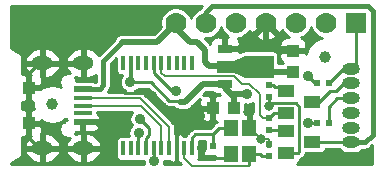
<source format=gbr>
G04 #@! TF.GenerationSoftware,KiCad,Pcbnew,5.1.5-52549c5~84~ubuntu19.10.1*
G04 #@! TF.CreationDate,2020-03-27T11:31:54+02:00*
G04 #@! TF.ProjectId,ESP-PROG_Rev.C,4553502d-5052-44f4-975f-5265762e432e,rev?*
G04 #@! TF.SameCoordinates,Original*
G04 #@! TF.FileFunction,Copper,L1,Top*
G04 #@! TF.FilePolarity,Positive*
%FSLAX46Y46*%
G04 Gerber Fmt 4.6, Leading zero omitted, Abs format (unit mm)*
G04 Created by KiCad (PCBNEW 5.1.5-52549c5~84~ubuntu19.10.1) date 2020-03-27 11:31:54*
%MOMM*%
%LPD*%
G04 APERTURE LIST*
%ADD10C,0.100000*%
%ADD11R,1.200000X1.400000*%
%ADD12R,1.300000X0.800000*%
%ADD13R,1.501900X0.900000*%
%ADD14C,1.778000*%
%ADD15R,1.778000X1.778000*%
%ADD16C,1.000000*%
%ADD17R,1.650000X0.500000*%
%ADD18R,1.650000X0.325000*%
%ADD19R,1.000000X1.100000*%
%ADD20O,1.800000X1.200000*%
%ADD21R,0.325000X1.270000*%
%ADD22R,0.500000X0.550000*%
%ADD23R,0.550000X0.500000*%
%ADD24R,1.400000X1.000000*%
%ADD25R,1.016000X1.016000*%
%ADD26O,1.500000X1.000000*%
%ADD27C,0.800000*%
%ADD28C,0.900000*%
%ADD29C,0.203200*%
%ADD30C,0.254000*%
%ADD31C,0.508000*%
%ADD32C,0.381000*%
G04 APERTURE END LIST*
D10*
G36*
X134440000Y-97590000D02*
G01*
X133440000Y-97190000D01*
X132040000Y-97190000D01*
X132040000Y-96190000D01*
X133440000Y-96190000D01*
X134440000Y-95790000D01*
X136740000Y-95790000D01*
X136740000Y-97590000D01*
X134440000Y-97590000D01*
G37*
X134440000Y-97590000D02*
X133440000Y-97190000D01*
X132040000Y-97190000D01*
X132040000Y-96190000D01*
X133440000Y-96190000D01*
X134440000Y-95790000D01*
X136740000Y-95790000D01*
X136740000Y-97590000D01*
X134440000Y-97590000D01*
D11*
X133180000Y-104100000D03*
X134780000Y-101900000D03*
X133180000Y-101900000D03*
X134780000Y-104100000D03*
D12*
X132690000Y-95190000D03*
D13*
X132790000Y-96690000D03*
D12*
X132690000Y-98190000D03*
D14*
X128550000Y-93000000D03*
X131090000Y-93000000D03*
X133630000Y-93000000D03*
D15*
X143790000Y-93000000D03*
D14*
X141250000Y-93000000D03*
X138710000Y-93000000D03*
X136170000Y-93000000D03*
D16*
X118100000Y-99900000D03*
X141200000Y-95900000D03*
D17*
X120650000Y-98612500D03*
D18*
X120650000Y-99350000D03*
X120650000Y-100000000D03*
X120650000Y-100650000D03*
D17*
X120650000Y-101387500D03*
D19*
X116100000Y-98500000D03*
X116100000Y-101500000D03*
D20*
X117250000Y-96400000D03*
X120720000Y-96400000D03*
X120720000Y-103600000D03*
X117250000Y-103600000D03*
D21*
X124075000Y-103619500D03*
X124725000Y-103619500D03*
X125375000Y-103619500D03*
X126025000Y-103619500D03*
X126675000Y-103619500D03*
X127325000Y-103619500D03*
X127975000Y-103619500D03*
X128625000Y-103619500D03*
X129275000Y-103619500D03*
X129925000Y-103619500D03*
X129925000Y-96380500D03*
X129275000Y-96380500D03*
X128625000Y-96380500D03*
X127975000Y-96380500D03*
X127325000Y-96380500D03*
X126675000Y-96380500D03*
X126025000Y-96380500D03*
X125375000Y-96380500D03*
X124725000Y-96380500D03*
X124075000Y-96380500D03*
D22*
X140492000Y-98100000D03*
X141508000Y-98100000D03*
X140492000Y-101500000D03*
X141508000Y-101500000D03*
D23*
X136400000Y-101092000D03*
X136400000Y-102108000D03*
X136400000Y-99308000D03*
X136400000Y-98292000D03*
D24*
X137892560Y-102150040D03*
X137892560Y-104052500D03*
X140102360Y-103097460D03*
X137892560Y-98750040D03*
X137892560Y-100652500D03*
X140102360Y-99697460D03*
D23*
X136400000Y-103292000D03*
X136400000Y-104308000D03*
D25*
X131661000Y-100220000D03*
X133439000Y-100220000D03*
D23*
X131700000Y-104408000D03*
X131700000Y-103392000D03*
D25*
X138460000Y-95341000D03*
X138460000Y-97119000D03*
D26*
X143400000Y-103125000D03*
X143400000Y-101875000D03*
X143400000Y-100625000D03*
X143400000Y-99375000D03*
X143400000Y-98125000D03*
X143400000Y-96875000D03*
D27*
X135750000Y-102850000D03*
D28*
X126500000Y-99200000D03*
X123300000Y-98600000D03*
X142300000Y-104000000D03*
X123300000Y-101300000D03*
X128900000Y-100800000D03*
X130580000Y-100910000D03*
D27*
X134660000Y-100580000D03*
D28*
X130750000Y-103600000D03*
D27*
X139450000Y-104700000D03*
X136450000Y-100050000D03*
D28*
X128600000Y-98800000D03*
X126700000Y-104700000D03*
X124700000Y-98000000D03*
X134600000Y-99045200D03*
X139754800Y-101500000D03*
X125400000Y-102300000D03*
X125500000Y-101100000D03*
X139700000Y-97500000D03*
D29*
X129275000Y-103619500D02*
X129275000Y-104457700D01*
X129275000Y-104457700D02*
X129896701Y-105079401D01*
X129896701Y-105079401D02*
X134723799Y-105079401D01*
D30*
X135817602Y-104308000D02*
X136400000Y-104308000D01*
X135817602Y-104283602D02*
X135634000Y-104100000D01*
X135634000Y-104100000D02*
X134780000Y-104100000D01*
X135817602Y-104308000D02*
X135817602Y-104283602D01*
X134765810Y-105068190D02*
X134723799Y-105068190D01*
X134780000Y-104100000D02*
X134780000Y-105054000D01*
X134780000Y-105054000D02*
X134765810Y-105068190D01*
D29*
X136400000Y-102934315D02*
X136400000Y-103292000D01*
X135750000Y-102850000D02*
X136315685Y-102850000D01*
X136315685Y-102850000D02*
X136400000Y-102934315D01*
X135750000Y-102850000D02*
X134800000Y-101900000D01*
X131171000Y-104408000D02*
X130921604Y-104408000D01*
X130921604Y-104408000D02*
X130750000Y-104236396D01*
X130750000Y-104236396D02*
X130750000Y-103600000D01*
X128625000Y-103619500D02*
X128625000Y-101075000D01*
X128625000Y-101075000D02*
X128900000Y-100800000D01*
D30*
X126500000Y-99200000D02*
X128100000Y-100800000D01*
X128100000Y-100800000D02*
X128900000Y-100800000D01*
X123300000Y-98600000D02*
X123936396Y-98600000D01*
X126243590Y-98943590D02*
X126500000Y-99200000D01*
X123936396Y-98600000D02*
X124279986Y-98943590D01*
X124279986Y-98943590D02*
X126243590Y-98943590D01*
X131700000Y-104408000D02*
X131171000Y-104408000D01*
X121729000Y-101387500D02*
X122200000Y-101858500D01*
X120650000Y-101387500D02*
X121729000Y-101387500D01*
X122200000Y-101858500D02*
X122200000Y-103500000D01*
X122100000Y-103600000D02*
X120720000Y-103600000D01*
X122200000Y-103500000D02*
X122100000Y-103600000D01*
X119566000Y-103600000D02*
X117250000Y-103600000D01*
X120720000Y-103600000D02*
X119566000Y-103600000D01*
X118404000Y-96400000D02*
X120720000Y-96400000D01*
X117250000Y-96400000D02*
X118404000Y-96400000D01*
X116950000Y-96400000D02*
X117250000Y-96400000D01*
X116096000Y-97254000D02*
X116950000Y-96400000D01*
X116096000Y-97546000D02*
X116096000Y-97254000D01*
X116100000Y-97550000D02*
X116096000Y-97546000D01*
X116100000Y-98500000D02*
X116100000Y-97550000D01*
X116096000Y-102746000D02*
X116950000Y-103600000D01*
X116096000Y-102454000D02*
X116096000Y-102746000D01*
X116100000Y-102450000D02*
X116096000Y-102454000D01*
X116950000Y-103600000D02*
X117250000Y-103600000D01*
X116100000Y-101500000D02*
X116100000Y-102450000D01*
X116100000Y-98500000D02*
X116100000Y-101500000D01*
D31*
X138309000Y-95190000D02*
X138460000Y-95341000D01*
X136170000Y-95110000D02*
X136230000Y-95170000D01*
X136170000Y-93000000D02*
X136170000Y-95110000D01*
X132690000Y-95190000D02*
X136230000Y-95170000D01*
X136230000Y-95170000D02*
X138309000Y-95190000D01*
D30*
X132872000Y-104408000D02*
X133180000Y-104100000D01*
X131700000Y-104408000D02*
X132872000Y-104408000D01*
X134660000Y-101780000D02*
X134780000Y-101900000D01*
X134660000Y-100580000D02*
X134660000Y-101780000D01*
X138700000Y-99800000D02*
X136700000Y-99800000D01*
X138850000Y-104050000D02*
X139000000Y-103900000D01*
X139000000Y-100100000D02*
X138700000Y-99800000D01*
X139000000Y-103900000D02*
X139000000Y-100100000D01*
X138000000Y-104050000D02*
X138850000Y-104050000D01*
X136700000Y-99800000D02*
X136450000Y-100050000D01*
X136400000Y-99308000D02*
X136400000Y-100000000D01*
X136400000Y-100000000D02*
X136450000Y-100050000D01*
D29*
X136400000Y-99308000D02*
X136507998Y-99308000D01*
D30*
X126675000Y-97269500D02*
X128205500Y-98800000D01*
X126675000Y-96380500D02*
X126675000Y-97269500D01*
X128205500Y-98800000D02*
X128600000Y-98800000D01*
X136842000Y-100650000D02*
X136400000Y-101092000D01*
X138000000Y-100650000D02*
X136842000Y-100650000D01*
D29*
X134760000Y-98180000D02*
X135630000Y-98995686D01*
X127325000Y-97218700D02*
X127616300Y-97510000D01*
X135630000Y-100800200D02*
X135921800Y-101092000D01*
X135630000Y-98995686D02*
X135630000Y-100800200D01*
X133460000Y-97510000D02*
X134130000Y-98180000D01*
X135921800Y-101092000D02*
X136400000Y-101092000D01*
X134130000Y-98180000D02*
X134760000Y-98180000D01*
X127325000Y-96380500D02*
X127325000Y-97218700D01*
X127616300Y-97510000D02*
X133460000Y-97510000D01*
X127975000Y-101849750D02*
X125475250Y-99350000D01*
X127975000Y-103619500D02*
X127975000Y-101849750D01*
X125475250Y-99350000D02*
X120650000Y-99350000D01*
X127325000Y-101738580D02*
X125586420Y-100000000D01*
X127325000Y-103619500D02*
X127325000Y-101738580D01*
X125586420Y-100000000D02*
X120650000Y-100000000D01*
D31*
X128550000Y-93450000D02*
X129750000Y-94650000D01*
X128550000Y-93000000D02*
X128550000Y-93450000D01*
X124000000Y-94600000D02*
X126950000Y-94600000D01*
X126950000Y-94600000D02*
X128550000Y-93000000D01*
D32*
X122400000Y-96200000D02*
X122400000Y-98300000D01*
X124000000Y-94600000D02*
X122400000Y-96200000D01*
X122087500Y-98612500D02*
X120650000Y-98612500D01*
X122400000Y-98300000D02*
X122087500Y-98612500D01*
D31*
X129750000Y-94650000D02*
X130340000Y-94650000D01*
X130340000Y-94650000D02*
X131000000Y-95310000D01*
X131000000Y-95310000D02*
X131000000Y-96350000D01*
X131340000Y-96690000D02*
X132790000Y-96690000D01*
X131000000Y-96350000D02*
X131340000Y-96690000D01*
X132790000Y-96690000D02*
X135000000Y-96690000D01*
X135429000Y-97119000D02*
X138460000Y-97119000D01*
X135000000Y-96690000D02*
X135429000Y-97119000D01*
D30*
X129925000Y-102725000D02*
X130200000Y-102450000D01*
X129925000Y-103619500D02*
X129925000Y-102725000D01*
X130200000Y-102450000D02*
X131700000Y-102450000D01*
X131700000Y-102450000D02*
X131700000Y-103392000D01*
X131700000Y-103392000D02*
X131700000Y-102400000D01*
X131700000Y-102400000D02*
X132200000Y-101900000D01*
X132200000Y-101900000D02*
X133180000Y-101900000D01*
X128000000Y-99600000D02*
X128917106Y-99600000D01*
X124700000Y-98000000D02*
X126400000Y-98000000D01*
X126400000Y-98000000D02*
X128000000Y-99600000D01*
D31*
X143400000Y-101875000D02*
X143525000Y-102000000D01*
D30*
X126675000Y-103619500D02*
X126675000Y-104675000D01*
X126675000Y-104675000D02*
X126700000Y-104700000D01*
X124700000Y-96405500D02*
X124725000Y-96380500D01*
X124700000Y-98000000D02*
X124700000Y-96405500D01*
X124725000Y-96380500D02*
X124725000Y-98025000D01*
D31*
X129358199Y-99681801D02*
X128917106Y-99681801D01*
X132690000Y-98190000D02*
X130850000Y-98190000D01*
X130850000Y-98190000D02*
X129358199Y-99681801D01*
X132690000Y-98190000D02*
X132690000Y-98530000D01*
X133205200Y-99045200D02*
X134600000Y-99045200D01*
X132690000Y-98530000D02*
X133205200Y-99045200D01*
X133440000Y-100219000D02*
X133439000Y-100220000D01*
X132690000Y-98530000D02*
X133440000Y-99280000D01*
X133440000Y-99280000D02*
X133440000Y-100219000D01*
D32*
X145200000Y-91969058D02*
X145200000Y-102456000D01*
X144830942Y-91600000D02*
X145200000Y-91969058D01*
X131600000Y-91600000D02*
X144830942Y-91600000D01*
X145200000Y-102456000D02*
X144531000Y-103125000D01*
X131090000Y-93000000D02*
X131090000Y-92110000D01*
X131090000Y-92110000D02*
X131600000Y-91600000D01*
X144531000Y-103125000D02*
X143400000Y-103125000D01*
D30*
X140000000Y-103100000D02*
X143375000Y-103100000D01*
X143375000Y-103100000D02*
X143400000Y-103125000D01*
X142225000Y-99375000D02*
X141508000Y-100092000D01*
X141508000Y-100092000D02*
X141508000Y-101500000D01*
X143400000Y-99375000D02*
X142225000Y-99375000D01*
X143104000Y-99375000D02*
X143396000Y-99375000D01*
X140704000Y-99700000D02*
X141604000Y-98800000D01*
X141604000Y-98800000D02*
X142087500Y-98800000D01*
X140000000Y-99700000D02*
X140704000Y-99700000D01*
X142762500Y-98125000D02*
X143400000Y-98125000D01*
X142087500Y-98800000D02*
X142762500Y-98125000D01*
X143400000Y-96875000D02*
X142733000Y-96875000D01*
X142733000Y-96875000D02*
X141508000Y-98100000D01*
X143790000Y-93000000D02*
X143790000Y-96485000D01*
X143790000Y-96485000D02*
X143400000Y-96875000D01*
X136792000Y-98292000D02*
X136950000Y-98450000D01*
X137592520Y-98450000D02*
X137892560Y-98750040D01*
X136400000Y-98292000D02*
X136792000Y-98292000D01*
X136950000Y-98450000D02*
X137592520Y-98450000D01*
X137958000Y-98792000D02*
X138000000Y-98750000D01*
X137958000Y-102108000D02*
X138000000Y-102150000D01*
X136400000Y-102108000D02*
X137958000Y-102108000D01*
X140492000Y-101500000D02*
X139754800Y-101500000D01*
X125375000Y-102325000D02*
X125400000Y-102300000D01*
X125375000Y-103619500D02*
X125375000Y-102325000D01*
X140492000Y-98100000D02*
X140300000Y-98100000D01*
X140300000Y-98100000D02*
X139700000Y-97500000D01*
X126025000Y-102730500D02*
X126300000Y-102455500D01*
X126025000Y-103619500D02*
X126025000Y-102730500D01*
X126300000Y-102455500D02*
X126300000Y-101900000D01*
X126300000Y-101900000D02*
X125500000Y-101100000D01*
G36*
X127585462Y-99975725D02*
G01*
X127602957Y-99997043D01*
X127637995Y-100025798D01*
X127688045Y-100066873D01*
X127785122Y-100118761D01*
X127890455Y-100150714D01*
X128000000Y-100161503D01*
X128027444Y-100158800D01*
X128421389Y-100158800D01*
X128429826Y-100169081D01*
X128534253Y-100254782D01*
X128653392Y-100318463D01*
X128782666Y-100357678D01*
X128883417Y-100367601D01*
X129324520Y-100367601D01*
X129358199Y-100370918D01*
X129391878Y-100367601D01*
X129391888Y-100367601D01*
X129492639Y-100357678D01*
X129621913Y-100318463D01*
X129741052Y-100254782D01*
X129845479Y-100169081D01*
X129866957Y-100142910D01*
X130588130Y-99421737D01*
X130563498Y-99467820D01*
X130527188Y-99587518D01*
X130514928Y-99712000D01*
X130518000Y-99934250D01*
X130676750Y-100093000D01*
X131534000Y-100093000D01*
X131534000Y-99235750D01*
X131375250Y-99077000D01*
X131153000Y-99073928D01*
X131028518Y-99086188D01*
X130908820Y-99122498D01*
X130862738Y-99147130D01*
X131134068Y-98875800D01*
X131715955Y-98875800D01*
X131733194Y-98896806D01*
X131798944Y-98950766D01*
X131873958Y-98990861D01*
X131955352Y-99015552D01*
X132040000Y-99023889D01*
X132210774Y-99023889D01*
X132228886Y-99038753D01*
X132274446Y-99084313D01*
X132169000Y-99073928D01*
X131946750Y-99077000D01*
X131788000Y-99235750D01*
X131788000Y-100093000D01*
X131808000Y-100093000D01*
X131808000Y-100347000D01*
X131788000Y-100347000D01*
X131788000Y-101204250D01*
X131946750Y-101363000D01*
X132040954Y-101364302D01*
X131985122Y-101381239D01*
X131888045Y-101433127D01*
X131858787Y-101457139D01*
X131802957Y-101502957D01*
X131785463Y-101524274D01*
X131418538Y-101891200D01*
X130227444Y-101891200D01*
X130200000Y-101888497D01*
X130090455Y-101899286D01*
X130029790Y-101917689D01*
X129985122Y-101931239D01*
X129888046Y-101983127D01*
X129802957Y-102052957D01*
X129785457Y-102074281D01*
X129549276Y-102310462D01*
X129527958Y-102327957D01*
X129480546Y-102385729D01*
X129458128Y-102413046D01*
X129406239Y-102510123D01*
X129393957Y-102550611D01*
X129253847Y-102550611D01*
X129246141Y-102540896D01*
X129150786Y-102459944D01*
X129041469Y-102399149D01*
X128922393Y-102360850D01*
X128819250Y-102349500D01*
X128660500Y-102508250D01*
X128660500Y-103492500D01*
X128678611Y-103492500D01*
X128678611Y-103746500D01*
X128660500Y-103746500D01*
X128660500Y-104730750D01*
X128819250Y-104889500D01*
X128922393Y-104878150D01*
X128936554Y-104873595D01*
X129004159Y-104941200D01*
X127551098Y-104941200D01*
X127581800Y-104786850D01*
X127581800Y-104677124D01*
X127650000Y-104656435D01*
X127727852Y-104680052D01*
X127812500Y-104688389D01*
X127996153Y-104688389D01*
X128003859Y-104698104D01*
X128099214Y-104779056D01*
X128208531Y-104839851D01*
X128327607Y-104878150D01*
X128430750Y-104889500D01*
X128589500Y-104730750D01*
X128589500Y-103746500D01*
X128571389Y-103746500D01*
X128571389Y-103492500D01*
X128589500Y-103492500D01*
X128589500Y-102508250D01*
X128508400Y-102427150D01*
X128508400Y-101875936D01*
X128510979Y-101849749D01*
X128508400Y-101823562D01*
X128508400Y-101823555D01*
X128500681Y-101745185D01*
X128470181Y-101644639D01*
X128420651Y-101551975D01*
X128353995Y-101470755D01*
X128333651Y-101454059D01*
X127607592Y-100728000D01*
X130514928Y-100728000D01*
X130527188Y-100852482D01*
X130563498Y-100972180D01*
X130622463Y-101082494D01*
X130701815Y-101179185D01*
X130798506Y-101258537D01*
X130908820Y-101317502D01*
X131028518Y-101353812D01*
X131153000Y-101366072D01*
X131375250Y-101363000D01*
X131534000Y-101204250D01*
X131534000Y-100347000D01*
X130676750Y-100347000D01*
X130518000Y-100505750D01*
X130514928Y-100728000D01*
X127607592Y-100728000D01*
X125870946Y-98991355D01*
X125854245Y-98971005D01*
X125773025Y-98904349D01*
X125680361Y-98854819D01*
X125579815Y-98824319D01*
X125501445Y-98816600D01*
X125501437Y-98816600D01*
X125475250Y-98814021D01*
X125449063Y-98816600D01*
X125032808Y-98816600D01*
X125117689Y-98781441D01*
X125262115Y-98684939D01*
X125384939Y-98562115D01*
X125387154Y-98558800D01*
X126168538Y-98558800D01*
X127585462Y-99975725D01*
G37*
X127585462Y-99975725D02*
X127602957Y-99997043D01*
X127637995Y-100025798D01*
X127688045Y-100066873D01*
X127785122Y-100118761D01*
X127890455Y-100150714D01*
X128000000Y-100161503D01*
X128027444Y-100158800D01*
X128421389Y-100158800D01*
X128429826Y-100169081D01*
X128534253Y-100254782D01*
X128653392Y-100318463D01*
X128782666Y-100357678D01*
X128883417Y-100367601D01*
X129324520Y-100367601D01*
X129358199Y-100370918D01*
X129391878Y-100367601D01*
X129391888Y-100367601D01*
X129492639Y-100357678D01*
X129621913Y-100318463D01*
X129741052Y-100254782D01*
X129845479Y-100169081D01*
X129866957Y-100142910D01*
X130588130Y-99421737D01*
X130563498Y-99467820D01*
X130527188Y-99587518D01*
X130514928Y-99712000D01*
X130518000Y-99934250D01*
X130676750Y-100093000D01*
X131534000Y-100093000D01*
X131534000Y-99235750D01*
X131375250Y-99077000D01*
X131153000Y-99073928D01*
X131028518Y-99086188D01*
X130908820Y-99122498D01*
X130862738Y-99147130D01*
X131134068Y-98875800D01*
X131715955Y-98875800D01*
X131733194Y-98896806D01*
X131798944Y-98950766D01*
X131873958Y-98990861D01*
X131955352Y-99015552D01*
X132040000Y-99023889D01*
X132210774Y-99023889D01*
X132228886Y-99038753D01*
X132274446Y-99084313D01*
X132169000Y-99073928D01*
X131946750Y-99077000D01*
X131788000Y-99235750D01*
X131788000Y-100093000D01*
X131808000Y-100093000D01*
X131808000Y-100347000D01*
X131788000Y-100347000D01*
X131788000Y-101204250D01*
X131946750Y-101363000D01*
X132040954Y-101364302D01*
X131985122Y-101381239D01*
X131888045Y-101433127D01*
X131858787Y-101457139D01*
X131802957Y-101502957D01*
X131785463Y-101524274D01*
X131418538Y-101891200D01*
X130227444Y-101891200D01*
X130200000Y-101888497D01*
X130090455Y-101899286D01*
X130029790Y-101917689D01*
X129985122Y-101931239D01*
X129888046Y-101983127D01*
X129802957Y-102052957D01*
X129785457Y-102074281D01*
X129549276Y-102310462D01*
X129527958Y-102327957D01*
X129480546Y-102385729D01*
X129458128Y-102413046D01*
X129406239Y-102510123D01*
X129393957Y-102550611D01*
X129253847Y-102550611D01*
X129246141Y-102540896D01*
X129150786Y-102459944D01*
X129041469Y-102399149D01*
X128922393Y-102360850D01*
X128819250Y-102349500D01*
X128660500Y-102508250D01*
X128660500Y-103492500D01*
X128678611Y-103492500D01*
X128678611Y-103746500D01*
X128660500Y-103746500D01*
X128660500Y-104730750D01*
X128819250Y-104889500D01*
X128922393Y-104878150D01*
X128936554Y-104873595D01*
X129004159Y-104941200D01*
X127551098Y-104941200D01*
X127581800Y-104786850D01*
X127581800Y-104677124D01*
X127650000Y-104656435D01*
X127727852Y-104680052D01*
X127812500Y-104688389D01*
X127996153Y-104688389D01*
X128003859Y-104698104D01*
X128099214Y-104779056D01*
X128208531Y-104839851D01*
X128327607Y-104878150D01*
X128430750Y-104889500D01*
X128589500Y-104730750D01*
X128589500Y-103746500D01*
X128571389Y-103746500D01*
X128571389Y-103492500D01*
X128589500Y-103492500D01*
X128589500Y-102508250D01*
X128508400Y-102427150D01*
X128508400Y-101875936D01*
X128510979Y-101849749D01*
X128508400Y-101823562D01*
X128508400Y-101823555D01*
X128500681Y-101745185D01*
X128470181Y-101644639D01*
X128420651Y-101551975D01*
X128353995Y-101470755D01*
X128333651Y-101454059D01*
X127607592Y-100728000D01*
X130514928Y-100728000D01*
X130527188Y-100852482D01*
X130563498Y-100972180D01*
X130622463Y-101082494D01*
X130701815Y-101179185D01*
X130798506Y-101258537D01*
X130908820Y-101317502D01*
X131028518Y-101353812D01*
X131153000Y-101366072D01*
X131375250Y-101363000D01*
X131534000Y-101204250D01*
X131534000Y-100347000D01*
X130676750Y-100347000D01*
X130518000Y-100505750D01*
X130514928Y-100728000D01*
X127607592Y-100728000D01*
X125870946Y-98991355D01*
X125854245Y-98971005D01*
X125773025Y-98904349D01*
X125680361Y-98854819D01*
X125579815Y-98824319D01*
X125501445Y-98816600D01*
X125501437Y-98816600D01*
X125475250Y-98814021D01*
X125449063Y-98816600D01*
X125032808Y-98816600D01*
X125117689Y-98781441D01*
X125262115Y-98684939D01*
X125384939Y-98562115D01*
X125387154Y-98558800D01*
X126168538Y-98558800D01*
X127585462Y-99975725D01*
G36*
X130671588Y-91648348D02*
G01*
X130647839Y-91667838D01*
X130628350Y-91691586D01*
X130570073Y-91762596D01*
X130554187Y-91792317D01*
X130464366Y-91829522D01*
X130248039Y-91974067D01*
X130064067Y-92158039D01*
X129919522Y-92374366D01*
X129820000Y-92614633D01*
X129720478Y-92374366D01*
X129575933Y-92158039D01*
X129391961Y-91974067D01*
X129175634Y-91829522D01*
X128935263Y-91729957D01*
X128680087Y-91679200D01*
X128419913Y-91679200D01*
X128164737Y-91729957D01*
X127924366Y-91829522D01*
X127708039Y-91974067D01*
X127524067Y-92158039D01*
X127379522Y-92374366D01*
X127279957Y-92614737D01*
X127229200Y-92869913D01*
X127229200Y-93130087D01*
X127265840Y-93314293D01*
X126665933Y-93914200D01*
X123966311Y-93914200D01*
X123865560Y-93924123D01*
X123736286Y-93963338D01*
X123617147Y-94027019D01*
X123512720Y-94112720D01*
X123427019Y-94217147D01*
X123363338Y-94336286D01*
X123354494Y-94365441D01*
X122031007Y-95688929D01*
X121983078Y-95616526D01*
X121811725Y-95443693D01*
X121609946Y-95307610D01*
X121385496Y-95213507D01*
X121147000Y-95165000D01*
X120847000Y-95165000D01*
X120847000Y-96273000D01*
X120867000Y-96273000D01*
X120867000Y-96527000D01*
X120847000Y-96527000D01*
X120847000Y-97635000D01*
X121147000Y-97635000D01*
X121385496Y-97586493D01*
X121609946Y-97492390D01*
X121777701Y-97379254D01*
X121777701Y-97990200D01*
X121694477Y-97990200D01*
X121641042Y-97961639D01*
X121559648Y-97936948D01*
X121475000Y-97928611D01*
X120131800Y-97928611D01*
X120131800Y-97927924D01*
X120103677Y-97786542D01*
X120048513Y-97653363D01*
X119984112Y-97556980D01*
X120054504Y-97586493D01*
X120293000Y-97635000D01*
X120593000Y-97635000D01*
X120593000Y-96527000D01*
X119351269Y-96527000D01*
X119226538Y-96717609D01*
X119230409Y-96755282D01*
X119322579Y-96980533D01*
X119456922Y-97183474D01*
X119557835Y-97285259D01*
X119472076Y-97268200D01*
X119327924Y-97268200D01*
X119186542Y-97296323D01*
X119053363Y-97351487D01*
X118933505Y-97431574D01*
X118831574Y-97533505D01*
X118751487Y-97653363D01*
X118696323Y-97786542D01*
X118668200Y-97927924D01*
X118668200Y-98072076D01*
X118696323Y-98213458D01*
X118751487Y-98346637D01*
X118792921Y-98408647D01*
X118579245Y-98320139D01*
X118261821Y-98257000D01*
X117938179Y-98257000D01*
X117620755Y-98320139D01*
X117321748Y-98443992D01*
X117052648Y-98623798D01*
X117049446Y-98627000D01*
X116227000Y-98627000D01*
X116227000Y-99526250D01*
X116385750Y-99685000D01*
X116467345Y-99686170D01*
X116457000Y-99738179D01*
X116457000Y-100061821D01*
X116507014Y-100313261D01*
X116385750Y-100315000D01*
X116227000Y-100473750D01*
X116227000Y-101373000D01*
X117076250Y-101373000D01*
X117184768Y-101264482D01*
X117321748Y-101356008D01*
X117620755Y-101479861D01*
X117938179Y-101543000D01*
X118261821Y-101543000D01*
X118579245Y-101479861D01*
X118878252Y-101356008D01*
X119147352Y-101176202D01*
X119203902Y-101119652D01*
X119344748Y-101260498D01*
X119190000Y-101260498D01*
X119190000Y-101295635D01*
X119186542Y-101296323D01*
X119053363Y-101351487D01*
X118933505Y-101431574D01*
X118831574Y-101533505D01*
X118751487Y-101653363D01*
X118696323Y-101786542D01*
X118668200Y-101927924D01*
X118668200Y-102072076D01*
X118696323Y-102213458D01*
X118751487Y-102346637D01*
X118831574Y-102466495D01*
X118933505Y-102568426D01*
X119053363Y-102648513D01*
X119186542Y-102703677D01*
X119327924Y-102731800D01*
X119472076Y-102731800D01*
X119557835Y-102714741D01*
X119456922Y-102816526D01*
X119322579Y-103019467D01*
X119230409Y-103244718D01*
X119226538Y-103282391D01*
X119351269Y-103473000D01*
X120593000Y-103473000D01*
X120593000Y-102365000D01*
X120847000Y-102365000D01*
X120847000Y-103473000D01*
X122088731Y-103473000D01*
X122213462Y-103282391D01*
X122209591Y-103244718D01*
X122117421Y-103019467D01*
X121983078Y-102816526D01*
X121811725Y-102643693D01*
X121609946Y-102507610D01*
X121385496Y-102413507D01*
X121147000Y-102365000D01*
X120847000Y-102365000D01*
X120593000Y-102365000D01*
X120293000Y-102365000D01*
X120054504Y-102413507D01*
X119984112Y-102443020D01*
X120048513Y-102346637D01*
X120078550Y-102274121D01*
X120364250Y-102272500D01*
X120523000Y-102113750D01*
X120523000Y-101510500D01*
X120777000Y-101510500D01*
X120777000Y-102113750D01*
X120935750Y-102272500D01*
X121466135Y-102275510D01*
X121590775Y-102264981D01*
X121710966Y-102230337D01*
X121822089Y-102172911D01*
X121919873Y-102094910D01*
X122000561Y-101999331D01*
X122061052Y-101889846D01*
X122099022Y-101770664D01*
X122110000Y-101669250D01*
X121951250Y-101510500D01*
X120777000Y-101510500D01*
X120523000Y-101510500D01*
X120503000Y-101510500D01*
X120503000Y-101264500D01*
X120523000Y-101264500D01*
X120523000Y-101246389D01*
X120777000Y-101246389D01*
X120777000Y-101264500D01*
X121951250Y-101264500D01*
X122110000Y-101105750D01*
X122099022Y-101004336D01*
X122061052Y-100885154D01*
X122000561Y-100775669D01*
X121919873Y-100680090D01*
X121908889Y-100671328D01*
X121908889Y-100533400D01*
X124819546Y-100533400D01*
X124815061Y-100537885D01*
X124718559Y-100682311D01*
X124652087Y-100842788D01*
X124618200Y-101013150D01*
X124618200Y-101186850D01*
X124652087Y-101357212D01*
X124718559Y-101517689D01*
X124805356Y-101647590D01*
X124715061Y-101737885D01*
X124618559Y-101882311D01*
X124552087Y-102042788D01*
X124518200Y-102213150D01*
X124518200Y-102386850D01*
X124550999Y-102551744D01*
X124477852Y-102558948D01*
X124400000Y-102582565D01*
X124322148Y-102558948D01*
X124237500Y-102550611D01*
X123912500Y-102550611D01*
X123827852Y-102558948D01*
X123746458Y-102583639D01*
X123671444Y-102623734D01*
X123605694Y-102677694D01*
X123551734Y-102743444D01*
X123511639Y-102818458D01*
X123486948Y-102899852D01*
X123478611Y-102984500D01*
X123478611Y-104254500D01*
X123486948Y-104339148D01*
X123511639Y-104420542D01*
X123551734Y-104495556D01*
X123605694Y-104561306D01*
X123671444Y-104615266D01*
X123746458Y-104655361D01*
X123827852Y-104680052D01*
X123912500Y-104688389D01*
X124237500Y-104688389D01*
X124322148Y-104680052D01*
X124400000Y-104656435D01*
X124477852Y-104680052D01*
X124562500Y-104688389D01*
X124887500Y-104688389D01*
X124972148Y-104680052D01*
X125050000Y-104656435D01*
X125127852Y-104680052D01*
X125212500Y-104688389D01*
X125537500Y-104688389D01*
X125622148Y-104680052D01*
X125700000Y-104656435D01*
X125777852Y-104680052D01*
X125818200Y-104684026D01*
X125818200Y-104786850D01*
X125848902Y-104941200D01*
X114558800Y-104941200D01*
X114558800Y-104845357D01*
X115207542Y-104520986D01*
X115214878Y-104518761D01*
X115256679Y-104496418D01*
X115274449Y-104487533D01*
X115280906Y-104483468D01*
X115311954Y-104466873D01*
X115327377Y-104454215D01*
X115344265Y-104443585D01*
X115369825Y-104419380D01*
X115397043Y-104397043D01*
X115409705Y-104381614D01*
X115424189Y-104367898D01*
X115444535Y-104339173D01*
X115466873Y-104311954D01*
X115476279Y-104294356D01*
X115487812Y-104278074D01*
X115502167Y-104245923D01*
X115518761Y-104214878D01*
X115524552Y-104195789D01*
X115532689Y-104177564D01*
X115540495Y-104143231D01*
X115550714Y-104109544D01*
X115552670Y-104089681D01*
X115557093Y-104070229D01*
X115558051Y-104035046D01*
X115558800Y-104027444D01*
X115558800Y-104007558D01*
X115560090Y-103960196D01*
X115558800Y-103952641D01*
X115558800Y-103917609D01*
X115756538Y-103917609D01*
X115760409Y-103955282D01*
X115852579Y-104180533D01*
X115986922Y-104383474D01*
X116158275Y-104556307D01*
X116360054Y-104692390D01*
X116584504Y-104786493D01*
X116823000Y-104835000D01*
X117123000Y-104835000D01*
X117123000Y-103727000D01*
X117377000Y-103727000D01*
X117377000Y-104835000D01*
X117677000Y-104835000D01*
X117915496Y-104786493D01*
X118139946Y-104692390D01*
X118341725Y-104556307D01*
X118513078Y-104383474D01*
X118647421Y-104180533D01*
X118739591Y-103955282D01*
X118743462Y-103917609D01*
X119226538Y-103917609D01*
X119230409Y-103955282D01*
X119322579Y-104180533D01*
X119456922Y-104383474D01*
X119628275Y-104556307D01*
X119830054Y-104692390D01*
X120054504Y-104786493D01*
X120293000Y-104835000D01*
X120593000Y-104835000D01*
X120593000Y-103727000D01*
X120847000Y-103727000D01*
X120847000Y-104835000D01*
X121147000Y-104835000D01*
X121385496Y-104786493D01*
X121609946Y-104692390D01*
X121811725Y-104556307D01*
X121983078Y-104383474D01*
X122117421Y-104180533D01*
X122209591Y-103955282D01*
X122213462Y-103917609D01*
X122088731Y-103727000D01*
X120847000Y-103727000D01*
X120593000Y-103727000D01*
X119351269Y-103727000D01*
X119226538Y-103917609D01*
X118743462Y-103917609D01*
X118618731Y-103727000D01*
X117377000Y-103727000D01*
X117123000Y-103727000D01*
X115881269Y-103727000D01*
X115756538Y-103917609D01*
X115558800Y-103917609D01*
X115558800Y-103282391D01*
X115756538Y-103282391D01*
X115881269Y-103473000D01*
X117123000Y-103473000D01*
X117123000Y-102413678D01*
X117130537Y-102404494D01*
X117151647Y-102365000D01*
X117377000Y-102365000D01*
X117377000Y-103473000D01*
X118618731Y-103473000D01*
X118743462Y-103282391D01*
X118739591Y-103244718D01*
X118647421Y-103019467D01*
X118513078Y-102816526D01*
X118341725Y-102643693D01*
X118139946Y-102507610D01*
X117915496Y-102413507D01*
X117677000Y-102365000D01*
X117377000Y-102365000D01*
X117151647Y-102365000D01*
X117189502Y-102294180D01*
X117225812Y-102174482D01*
X117238072Y-102050000D01*
X117235000Y-101785750D01*
X117076250Y-101627000D01*
X116227000Y-101627000D01*
X116227000Y-102526250D01*
X116269459Y-102568709D01*
X116158275Y-102643693D01*
X115986922Y-102816526D01*
X115852579Y-103019467D01*
X115760409Y-103244718D01*
X115756538Y-103282391D01*
X115558800Y-103282391D01*
X115558800Y-102684014D01*
X115600000Y-102688072D01*
X115814250Y-102685000D01*
X115973000Y-102526250D01*
X115973000Y-101627000D01*
X115953000Y-101627000D01*
X115953000Y-101373000D01*
X115973000Y-101373000D01*
X115973000Y-100473750D01*
X115814250Y-100315000D01*
X115600000Y-100311928D01*
X115558800Y-100315986D01*
X115558800Y-99684014D01*
X115600000Y-99688072D01*
X115814250Y-99685000D01*
X115973000Y-99526250D01*
X115973000Y-98627000D01*
X115953000Y-98627000D01*
X115953000Y-98373000D01*
X115973000Y-98373000D01*
X115973000Y-97473750D01*
X115814250Y-97315000D01*
X115600000Y-97311928D01*
X115558800Y-97315986D01*
X115558800Y-96717609D01*
X115756538Y-96717609D01*
X115760409Y-96755282D01*
X115852579Y-96980533D01*
X115986922Y-97183474D01*
X116158275Y-97356307D01*
X116269459Y-97431291D01*
X116227000Y-97473750D01*
X116227000Y-98373000D01*
X117076250Y-98373000D01*
X117235000Y-98214250D01*
X117238072Y-97950000D01*
X117225812Y-97825518D01*
X117189502Y-97705820D01*
X117130537Y-97595506D01*
X117123000Y-97586322D01*
X117123000Y-96527000D01*
X117377000Y-96527000D01*
X117377000Y-97635000D01*
X117677000Y-97635000D01*
X117915496Y-97586493D01*
X118139946Y-97492390D01*
X118341725Y-97356307D01*
X118513078Y-97183474D01*
X118647421Y-96980533D01*
X118739591Y-96755282D01*
X118743462Y-96717609D01*
X118618731Y-96527000D01*
X117377000Y-96527000D01*
X117123000Y-96527000D01*
X115881269Y-96527000D01*
X115756538Y-96717609D01*
X115558800Y-96717609D01*
X115558800Y-96082391D01*
X115756538Y-96082391D01*
X115881269Y-96273000D01*
X117123000Y-96273000D01*
X117123000Y-95165000D01*
X117377000Y-95165000D01*
X117377000Y-96273000D01*
X118618731Y-96273000D01*
X118743462Y-96082391D01*
X119226538Y-96082391D01*
X119351269Y-96273000D01*
X120593000Y-96273000D01*
X120593000Y-95165000D01*
X120293000Y-95165000D01*
X120054504Y-95213507D01*
X119830054Y-95307610D01*
X119628275Y-95443693D01*
X119456922Y-95616526D01*
X119322579Y-95819467D01*
X119230409Y-96044718D01*
X119226538Y-96082391D01*
X118743462Y-96082391D01*
X118739591Y-96044718D01*
X118647421Y-95819467D01*
X118513078Y-95616526D01*
X118341725Y-95443693D01*
X118139946Y-95307610D01*
X117915496Y-95213507D01*
X117677000Y-95165000D01*
X117377000Y-95165000D01*
X117123000Y-95165000D01*
X116823000Y-95165000D01*
X116584504Y-95213507D01*
X116360054Y-95307610D01*
X116158275Y-95443693D01*
X115986922Y-95616526D01*
X115852579Y-95819467D01*
X115760409Y-96044718D01*
X115756538Y-96082391D01*
X115558800Y-96082391D01*
X115558800Y-96047359D01*
X115560090Y-96039804D01*
X115558800Y-95992442D01*
X115558800Y-95972556D01*
X115558051Y-95964954D01*
X115557093Y-95929771D01*
X115552670Y-95910319D01*
X115550714Y-95890456D01*
X115540495Y-95856769D01*
X115532689Y-95822436D01*
X115524552Y-95804211D01*
X115518761Y-95785122D01*
X115502167Y-95754077D01*
X115487812Y-95721926D01*
X115476279Y-95705644D01*
X115466873Y-95688046D01*
X115444535Y-95660827D01*
X115424189Y-95632102D01*
X115409705Y-95618386D01*
X115397043Y-95602957D01*
X115369825Y-95580620D01*
X115344265Y-95556415D01*
X115327377Y-95545785D01*
X115311954Y-95533127D01*
X115280908Y-95516533D01*
X115274449Y-95512467D01*
X115256670Y-95503578D01*
X115214877Y-95481239D01*
X115207544Y-95479015D01*
X114558800Y-95154643D01*
X114558800Y-91558800D01*
X130761136Y-91558800D01*
X130671588Y-91648348D01*
G37*
X130671588Y-91648348D02*
X130647839Y-91667838D01*
X130628350Y-91691586D01*
X130570073Y-91762596D01*
X130554187Y-91792317D01*
X130464366Y-91829522D01*
X130248039Y-91974067D01*
X130064067Y-92158039D01*
X129919522Y-92374366D01*
X129820000Y-92614633D01*
X129720478Y-92374366D01*
X129575933Y-92158039D01*
X129391961Y-91974067D01*
X129175634Y-91829522D01*
X128935263Y-91729957D01*
X128680087Y-91679200D01*
X128419913Y-91679200D01*
X128164737Y-91729957D01*
X127924366Y-91829522D01*
X127708039Y-91974067D01*
X127524067Y-92158039D01*
X127379522Y-92374366D01*
X127279957Y-92614737D01*
X127229200Y-92869913D01*
X127229200Y-93130087D01*
X127265840Y-93314293D01*
X126665933Y-93914200D01*
X123966311Y-93914200D01*
X123865560Y-93924123D01*
X123736286Y-93963338D01*
X123617147Y-94027019D01*
X123512720Y-94112720D01*
X123427019Y-94217147D01*
X123363338Y-94336286D01*
X123354494Y-94365441D01*
X122031007Y-95688929D01*
X121983078Y-95616526D01*
X121811725Y-95443693D01*
X121609946Y-95307610D01*
X121385496Y-95213507D01*
X121147000Y-95165000D01*
X120847000Y-95165000D01*
X120847000Y-96273000D01*
X120867000Y-96273000D01*
X120867000Y-96527000D01*
X120847000Y-96527000D01*
X120847000Y-97635000D01*
X121147000Y-97635000D01*
X121385496Y-97586493D01*
X121609946Y-97492390D01*
X121777701Y-97379254D01*
X121777701Y-97990200D01*
X121694477Y-97990200D01*
X121641042Y-97961639D01*
X121559648Y-97936948D01*
X121475000Y-97928611D01*
X120131800Y-97928611D01*
X120131800Y-97927924D01*
X120103677Y-97786542D01*
X120048513Y-97653363D01*
X119984112Y-97556980D01*
X120054504Y-97586493D01*
X120293000Y-97635000D01*
X120593000Y-97635000D01*
X120593000Y-96527000D01*
X119351269Y-96527000D01*
X119226538Y-96717609D01*
X119230409Y-96755282D01*
X119322579Y-96980533D01*
X119456922Y-97183474D01*
X119557835Y-97285259D01*
X119472076Y-97268200D01*
X119327924Y-97268200D01*
X119186542Y-97296323D01*
X119053363Y-97351487D01*
X118933505Y-97431574D01*
X118831574Y-97533505D01*
X118751487Y-97653363D01*
X118696323Y-97786542D01*
X118668200Y-97927924D01*
X118668200Y-98072076D01*
X118696323Y-98213458D01*
X118751487Y-98346637D01*
X118792921Y-98408647D01*
X118579245Y-98320139D01*
X118261821Y-98257000D01*
X117938179Y-98257000D01*
X117620755Y-98320139D01*
X117321748Y-98443992D01*
X117052648Y-98623798D01*
X117049446Y-98627000D01*
X116227000Y-98627000D01*
X116227000Y-99526250D01*
X116385750Y-99685000D01*
X116467345Y-99686170D01*
X116457000Y-99738179D01*
X116457000Y-100061821D01*
X116507014Y-100313261D01*
X116385750Y-100315000D01*
X116227000Y-100473750D01*
X116227000Y-101373000D01*
X117076250Y-101373000D01*
X117184768Y-101264482D01*
X117321748Y-101356008D01*
X117620755Y-101479861D01*
X117938179Y-101543000D01*
X118261821Y-101543000D01*
X118579245Y-101479861D01*
X118878252Y-101356008D01*
X119147352Y-101176202D01*
X119203902Y-101119652D01*
X119344748Y-101260498D01*
X119190000Y-101260498D01*
X119190000Y-101295635D01*
X119186542Y-101296323D01*
X119053363Y-101351487D01*
X118933505Y-101431574D01*
X118831574Y-101533505D01*
X118751487Y-101653363D01*
X118696323Y-101786542D01*
X118668200Y-101927924D01*
X118668200Y-102072076D01*
X118696323Y-102213458D01*
X118751487Y-102346637D01*
X118831574Y-102466495D01*
X118933505Y-102568426D01*
X119053363Y-102648513D01*
X119186542Y-102703677D01*
X119327924Y-102731800D01*
X119472076Y-102731800D01*
X119557835Y-102714741D01*
X119456922Y-102816526D01*
X119322579Y-103019467D01*
X119230409Y-103244718D01*
X119226538Y-103282391D01*
X119351269Y-103473000D01*
X120593000Y-103473000D01*
X120593000Y-102365000D01*
X120847000Y-102365000D01*
X120847000Y-103473000D01*
X122088731Y-103473000D01*
X122213462Y-103282391D01*
X122209591Y-103244718D01*
X122117421Y-103019467D01*
X121983078Y-102816526D01*
X121811725Y-102643693D01*
X121609946Y-102507610D01*
X121385496Y-102413507D01*
X121147000Y-102365000D01*
X120847000Y-102365000D01*
X120593000Y-102365000D01*
X120293000Y-102365000D01*
X120054504Y-102413507D01*
X119984112Y-102443020D01*
X120048513Y-102346637D01*
X120078550Y-102274121D01*
X120364250Y-102272500D01*
X120523000Y-102113750D01*
X120523000Y-101510500D01*
X120777000Y-101510500D01*
X120777000Y-102113750D01*
X120935750Y-102272500D01*
X121466135Y-102275510D01*
X121590775Y-102264981D01*
X121710966Y-102230337D01*
X121822089Y-102172911D01*
X121919873Y-102094910D01*
X122000561Y-101999331D01*
X122061052Y-101889846D01*
X122099022Y-101770664D01*
X122110000Y-101669250D01*
X121951250Y-101510500D01*
X120777000Y-101510500D01*
X120523000Y-101510500D01*
X120503000Y-101510500D01*
X120503000Y-101264500D01*
X120523000Y-101264500D01*
X120523000Y-101246389D01*
X120777000Y-101246389D01*
X120777000Y-101264500D01*
X121951250Y-101264500D01*
X122110000Y-101105750D01*
X122099022Y-101004336D01*
X122061052Y-100885154D01*
X122000561Y-100775669D01*
X121919873Y-100680090D01*
X121908889Y-100671328D01*
X121908889Y-100533400D01*
X124819546Y-100533400D01*
X124815061Y-100537885D01*
X124718559Y-100682311D01*
X124652087Y-100842788D01*
X124618200Y-101013150D01*
X124618200Y-101186850D01*
X124652087Y-101357212D01*
X124718559Y-101517689D01*
X124805356Y-101647590D01*
X124715061Y-101737885D01*
X124618559Y-101882311D01*
X124552087Y-102042788D01*
X124518200Y-102213150D01*
X124518200Y-102386850D01*
X124550999Y-102551744D01*
X124477852Y-102558948D01*
X124400000Y-102582565D01*
X124322148Y-102558948D01*
X124237500Y-102550611D01*
X123912500Y-102550611D01*
X123827852Y-102558948D01*
X123746458Y-102583639D01*
X123671444Y-102623734D01*
X123605694Y-102677694D01*
X123551734Y-102743444D01*
X123511639Y-102818458D01*
X123486948Y-102899852D01*
X123478611Y-102984500D01*
X123478611Y-104254500D01*
X123486948Y-104339148D01*
X123511639Y-104420542D01*
X123551734Y-104495556D01*
X123605694Y-104561306D01*
X123671444Y-104615266D01*
X123746458Y-104655361D01*
X123827852Y-104680052D01*
X123912500Y-104688389D01*
X124237500Y-104688389D01*
X124322148Y-104680052D01*
X124400000Y-104656435D01*
X124477852Y-104680052D01*
X124562500Y-104688389D01*
X124887500Y-104688389D01*
X124972148Y-104680052D01*
X125050000Y-104656435D01*
X125127852Y-104680052D01*
X125212500Y-104688389D01*
X125537500Y-104688389D01*
X125622148Y-104680052D01*
X125700000Y-104656435D01*
X125777852Y-104680052D01*
X125818200Y-104684026D01*
X125818200Y-104786850D01*
X125848902Y-104941200D01*
X114558800Y-104941200D01*
X114558800Y-104845357D01*
X115207542Y-104520986D01*
X115214878Y-104518761D01*
X115256679Y-104496418D01*
X115274449Y-104487533D01*
X115280906Y-104483468D01*
X115311954Y-104466873D01*
X115327377Y-104454215D01*
X115344265Y-104443585D01*
X115369825Y-104419380D01*
X115397043Y-104397043D01*
X115409705Y-104381614D01*
X115424189Y-104367898D01*
X115444535Y-104339173D01*
X115466873Y-104311954D01*
X115476279Y-104294356D01*
X115487812Y-104278074D01*
X115502167Y-104245923D01*
X115518761Y-104214878D01*
X115524552Y-104195789D01*
X115532689Y-104177564D01*
X115540495Y-104143231D01*
X115550714Y-104109544D01*
X115552670Y-104089681D01*
X115557093Y-104070229D01*
X115558051Y-104035046D01*
X115558800Y-104027444D01*
X115558800Y-104007558D01*
X115560090Y-103960196D01*
X115558800Y-103952641D01*
X115558800Y-103917609D01*
X115756538Y-103917609D01*
X115760409Y-103955282D01*
X115852579Y-104180533D01*
X115986922Y-104383474D01*
X116158275Y-104556307D01*
X116360054Y-104692390D01*
X116584504Y-104786493D01*
X116823000Y-104835000D01*
X117123000Y-104835000D01*
X117123000Y-103727000D01*
X117377000Y-103727000D01*
X117377000Y-104835000D01*
X117677000Y-104835000D01*
X117915496Y-104786493D01*
X118139946Y-104692390D01*
X118341725Y-104556307D01*
X118513078Y-104383474D01*
X118647421Y-104180533D01*
X118739591Y-103955282D01*
X118743462Y-103917609D01*
X119226538Y-103917609D01*
X119230409Y-103955282D01*
X119322579Y-104180533D01*
X119456922Y-104383474D01*
X119628275Y-104556307D01*
X119830054Y-104692390D01*
X120054504Y-104786493D01*
X120293000Y-104835000D01*
X120593000Y-104835000D01*
X120593000Y-103727000D01*
X120847000Y-103727000D01*
X120847000Y-104835000D01*
X121147000Y-104835000D01*
X121385496Y-104786493D01*
X121609946Y-104692390D01*
X121811725Y-104556307D01*
X121983078Y-104383474D01*
X122117421Y-104180533D01*
X122209591Y-103955282D01*
X122213462Y-103917609D01*
X122088731Y-103727000D01*
X120847000Y-103727000D01*
X120593000Y-103727000D01*
X119351269Y-103727000D01*
X119226538Y-103917609D01*
X118743462Y-103917609D01*
X118618731Y-103727000D01*
X117377000Y-103727000D01*
X117123000Y-103727000D01*
X115881269Y-103727000D01*
X115756538Y-103917609D01*
X115558800Y-103917609D01*
X115558800Y-103282391D01*
X115756538Y-103282391D01*
X115881269Y-103473000D01*
X117123000Y-103473000D01*
X117123000Y-102413678D01*
X117130537Y-102404494D01*
X117151647Y-102365000D01*
X117377000Y-102365000D01*
X117377000Y-103473000D01*
X118618731Y-103473000D01*
X118743462Y-103282391D01*
X118739591Y-103244718D01*
X118647421Y-103019467D01*
X118513078Y-102816526D01*
X118341725Y-102643693D01*
X118139946Y-102507610D01*
X117915496Y-102413507D01*
X117677000Y-102365000D01*
X117377000Y-102365000D01*
X117151647Y-102365000D01*
X117189502Y-102294180D01*
X117225812Y-102174482D01*
X117238072Y-102050000D01*
X117235000Y-101785750D01*
X117076250Y-101627000D01*
X116227000Y-101627000D01*
X116227000Y-102526250D01*
X116269459Y-102568709D01*
X116158275Y-102643693D01*
X115986922Y-102816526D01*
X115852579Y-103019467D01*
X115760409Y-103244718D01*
X115756538Y-103282391D01*
X115558800Y-103282391D01*
X115558800Y-102684014D01*
X115600000Y-102688072D01*
X115814250Y-102685000D01*
X115973000Y-102526250D01*
X115973000Y-101627000D01*
X115953000Y-101627000D01*
X115953000Y-101373000D01*
X115973000Y-101373000D01*
X115973000Y-100473750D01*
X115814250Y-100315000D01*
X115600000Y-100311928D01*
X115558800Y-100315986D01*
X115558800Y-99684014D01*
X115600000Y-99688072D01*
X115814250Y-99685000D01*
X115973000Y-99526250D01*
X115973000Y-98627000D01*
X115953000Y-98627000D01*
X115953000Y-98373000D01*
X115973000Y-98373000D01*
X115973000Y-97473750D01*
X115814250Y-97315000D01*
X115600000Y-97311928D01*
X115558800Y-97315986D01*
X115558800Y-96717609D01*
X115756538Y-96717609D01*
X115760409Y-96755282D01*
X115852579Y-96980533D01*
X115986922Y-97183474D01*
X116158275Y-97356307D01*
X116269459Y-97431291D01*
X116227000Y-97473750D01*
X116227000Y-98373000D01*
X117076250Y-98373000D01*
X117235000Y-98214250D01*
X117238072Y-97950000D01*
X117225812Y-97825518D01*
X117189502Y-97705820D01*
X117130537Y-97595506D01*
X117123000Y-97586322D01*
X117123000Y-96527000D01*
X117377000Y-96527000D01*
X117377000Y-97635000D01*
X117677000Y-97635000D01*
X117915496Y-97586493D01*
X118139946Y-97492390D01*
X118341725Y-97356307D01*
X118513078Y-97183474D01*
X118647421Y-96980533D01*
X118739591Y-96755282D01*
X118743462Y-96717609D01*
X118618731Y-96527000D01*
X117377000Y-96527000D01*
X117123000Y-96527000D01*
X115881269Y-96527000D01*
X115756538Y-96717609D01*
X115558800Y-96717609D01*
X115558800Y-96082391D01*
X115756538Y-96082391D01*
X115881269Y-96273000D01*
X117123000Y-96273000D01*
X117123000Y-95165000D01*
X117377000Y-95165000D01*
X117377000Y-96273000D01*
X118618731Y-96273000D01*
X118743462Y-96082391D01*
X119226538Y-96082391D01*
X119351269Y-96273000D01*
X120593000Y-96273000D01*
X120593000Y-95165000D01*
X120293000Y-95165000D01*
X120054504Y-95213507D01*
X119830054Y-95307610D01*
X119628275Y-95443693D01*
X119456922Y-95616526D01*
X119322579Y-95819467D01*
X119230409Y-96044718D01*
X119226538Y-96082391D01*
X118743462Y-96082391D01*
X118739591Y-96044718D01*
X118647421Y-95819467D01*
X118513078Y-95616526D01*
X118341725Y-95443693D01*
X118139946Y-95307610D01*
X117915496Y-95213507D01*
X117677000Y-95165000D01*
X117377000Y-95165000D01*
X117123000Y-95165000D01*
X116823000Y-95165000D01*
X116584504Y-95213507D01*
X116360054Y-95307610D01*
X116158275Y-95443693D01*
X115986922Y-95616526D01*
X115852579Y-95819467D01*
X115760409Y-96044718D01*
X115756538Y-96082391D01*
X115558800Y-96082391D01*
X115558800Y-96047359D01*
X115560090Y-96039804D01*
X115558800Y-95992442D01*
X115558800Y-95972556D01*
X115558051Y-95964954D01*
X115557093Y-95929771D01*
X115552670Y-95910319D01*
X115550714Y-95890456D01*
X115540495Y-95856769D01*
X115532689Y-95822436D01*
X115524552Y-95804211D01*
X115518761Y-95785122D01*
X115502167Y-95754077D01*
X115487812Y-95721926D01*
X115476279Y-95705644D01*
X115466873Y-95688046D01*
X115444535Y-95660827D01*
X115424189Y-95632102D01*
X115409705Y-95618386D01*
X115397043Y-95602957D01*
X115369825Y-95580620D01*
X115344265Y-95556415D01*
X115327377Y-95545785D01*
X115311954Y-95533127D01*
X115280908Y-95516533D01*
X115274449Y-95512467D01*
X115256670Y-95503578D01*
X115214877Y-95481239D01*
X115207544Y-95479015D01*
X114558800Y-95154643D01*
X114558800Y-91558800D01*
X130761136Y-91558800D01*
X130671588Y-91648348D01*
G36*
X145191200Y-104941200D02*
G01*
X138781354Y-104941200D01*
X138833616Y-104913266D01*
X138899366Y-104859306D01*
X138953326Y-104793556D01*
X138993421Y-104718542D01*
X139018112Y-104637148D01*
X139023615Y-104581278D01*
X139064878Y-104568761D01*
X139161954Y-104516873D01*
X139247043Y-104447043D01*
X139264543Y-104425719D01*
X139375719Y-104314543D01*
X139397043Y-104297043D01*
X139466873Y-104211954D01*
X139518761Y-104114878D01*
X139544099Y-104031349D01*
X140802360Y-104031349D01*
X140887008Y-104023012D01*
X140968402Y-103998321D01*
X141043416Y-103958226D01*
X141109166Y-103904266D01*
X141163126Y-103838516D01*
X141203221Y-103763502D01*
X141227912Y-103682108D01*
X141230208Y-103658800D01*
X142382662Y-103658800D01*
X142487930Y-103787070D01*
X142629815Y-103903512D01*
X142791690Y-103990036D01*
X142967335Y-104043317D01*
X143104230Y-104056800D01*
X143695770Y-104056800D01*
X143832665Y-104043317D01*
X144008310Y-103990036D01*
X144170185Y-103903512D01*
X144312070Y-103787070D01*
X144344708Y-103747300D01*
X144500431Y-103747300D01*
X144531000Y-103750311D01*
X144561569Y-103747300D01*
X144561572Y-103747300D01*
X144652992Y-103738296D01*
X144770296Y-103702712D01*
X144878404Y-103644927D01*
X144973162Y-103567162D01*
X144992657Y-103543407D01*
X145191200Y-103344864D01*
X145191200Y-104941200D01*
G37*
X145191200Y-104941200D02*
X138781354Y-104941200D01*
X138833616Y-104913266D01*
X138899366Y-104859306D01*
X138953326Y-104793556D01*
X138993421Y-104718542D01*
X139018112Y-104637148D01*
X139023615Y-104581278D01*
X139064878Y-104568761D01*
X139161954Y-104516873D01*
X139247043Y-104447043D01*
X139264543Y-104425719D01*
X139375719Y-104314543D01*
X139397043Y-104297043D01*
X139466873Y-104211954D01*
X139518761Y-104114878D01*
X139544099Y-104031349D01*
X140802360Y-104031349D01*
X140887008Y-104023012D01*
X140968402Y-103998321D01*
X141043416Y-103958226D01*
X141109166Y-103904266D01*
X141163126Y-103838516D01*
X141203221Y-103763502D01*
X141227912Y-103682108D01*
X141230208Y-103658800D01*
X142382662Y-103658800D01*
X142487930Y-103787070D01*
X142629815Y-103903512D01*
X142791690Y-103990036D01*
X142967335Y-104043317D01*
X143104230Y-104056800D01*
X143695770Y-104056800D01*
X143832665Y-104043317D01*
X144008310Y-103990036D01*
X144170185Y-103903512D01*
X144312070Y-103787070D01*
X144344708Y-103747300D01*
X144500431Y-103747300D01*
X144531000Y-103750311D01*
X144561569Y-103747300D01*
X144561572Y-103747300D01*
X144652992Y-103738296D01*
X144770296Y-103702712D01*
X144878404Y-103644927D01*
X144973162Y-103567162D01*
X144992657Y-103543407D01*
X145191200Y-103344864D01*
X145191200Y-104941200D01*
G36*
X130999448Y-103057352D02*
G01*
X130991111Y-103142000D01*
X130991111Y-103642000D01*
X130995591Y-103687489D01*
X130986061Y-103694892D01*
X130904147Y-103789424D01*
X130842250Y-103898119D01*
X130802747Y-104016801D01*
X130790000Y-104126250D01*
X130948750Y-104285000D01*
X131573000Y-104285000D01*
X131573000Y-104261000D01*
X131827000Y-104261000D01*
X131827000Y-104285000D01*
X131847000Y-104285000D01*
X131847000Y-104531000D01*
X131827000Y-104531000D01*
X131827000Y-104546001D01*
X131573000Y-104546001D01*
X131573000Y-104531000D01*
X130948750Y-104531000D01*
X130933749Y-104546001D01*
X130406867Y-104546001D01*
X130448266Y-104495556D01*
X130488361Y-104420542D01*
X130513052Y-104339148D01*
X130521389Y-104254500D01*
X130521389Y-103008800D01*
X131014176Y-103008800D01*
X130999448Y-103057352D01*
G37*
X130999448Y-103057352D02*
X130991111Y-103142000D01*
X130991111Y-103642000D01*
X130995591Y-103687489D01*
X130986061Y-103694892D01*
X130904147Y-103789424D01*
X130842250Y-103898119D01*
X130802747Y-104016801D01*
X130790000Y-104126250D01*
X130948750Y-104285000D01*
X131573000Y-104285000D01*
X131573000Y-104261000D01*
X131827000Y-104261000D01*
X131827000Y-104285000D01*
X131847000Y-104285000D01*
X131847000Y-104531000D01*
X131827000Y-104531000D01*
X131827000Y-104546001D01*
X131573000Y-104546001D01*
X131573000Y-104531000D01*
X130948750Y-104531000D01*
X130933749Y-104546001D01*
X130406867Y-104546001D01*
X130448266Y-104495556D01*
X130488361Y-104420542D01*
X130513052Y-104339148D01*
X130521389Y-104254500D01*
X130521389Y-103008800D01*
X131014176Y-103008800D01*
X130999448Y-103057352D01*
G36*
X133307000Y-103973000D02*
G01*
X133327000Y-103973000D01*
X133327000Y-104227000D01*
X133307000Y-104227000D01*
X133307000Y-104247000D01*
X133053000Y-104247000D01*
X133053000Y-104227000D01*
X133033000Y-104227000D01*
X133033000Y-103973000D01*
X133053000Y-103973000D01*
X133053000Y-103953000D01*
X133307000Y-103953000D01*
X133307000Y-103973000D01*
G37*
X133307000Y-103973000D02*
X133327000Y-103973000D01*
X133327000Y-104227000D01*
X133307000Y-104227000D01*
X133307000Y-104247000D01*
X133053000Y-104247000D01*
X133053000Y-104227000D01*
X133033000Y-104227000D01*
X133033000Y-103973000D01*
X133053000Y-103973000D01*
X133053000Y-103953000D01*
X133307000Y-103953000D01*
X133307000Y-103973000D01*
G36*
X136527000Y-103169000D02*
G01*
X136547000Y-103169000D01*
X136547000Y-103415000D01*
X136527000Y-103415000D01*
X136527000Y-103439000D01*
X136273000Y-103439000D01*
X136273000Y-103415000D01*
X136253000Y-103415000D01*
X136253000Y-103169000D01*
X136273000Y-103169000D01*
X136273000Y-103145000D01*
X136527000Y-103145000D01*
X136527000Y-103169000D01*
G37*
X136527000Y-103169000D02*
X136547000Y-103169000D01*
X136547000Y-103415000D01*
X136527000Y-103415000D01*
X136527000Y-103439000D01*
X136273000Y-103439000D01*
X136273000Y-103415000D01*
X136253000Y-103415000D01*
X136253000Y-103169000D01*
X136273000Y-103169000D01*
X136273000Y-103145000D01*
X136527000Y-103145000D01*
X136527000Y-103169000D01*
G36*
X135096601Y-100564698D02*
G01*
X135065750Y-100565000D01*
X134907000Y-100723750D01*
X134907000Y-101773000D01*
X134927000Y-101773000D01*
X134927000Y-102027000D01*
X134907000Y-102027000D01*
X134907000Y-102047000D01*
X134653000Y-102047000D01*
X134653000Y-102027000D01*
X134633000Y-102027000D01*
X134633000Y-101773000D01*
X134653000Y-101773000D01*
X134653000Y-100723750D01*
X134494250Y-100565000D01*
X134380889Y-100563892D01*
X134380889Y-99900692D01*
X134513150Y-99927000D01*
X134686850Y-99927000D01*
X134857212Y-99893113D01*
X135017689Y-99826641D01*
X135096600Y-99773914D01*
X135096601Y-100564698D01*
G37*
X135096601Y-100564698D02*
X135065750Y-100565000D01*
X134907000Y-100723750D01*
X134907000Y-101773000D01*
X134927000Y-101773000D01*
X134927000Y-102027000D01*
X134907000Y-102027000D01*
X134907000Y-102047000D01*
X134653000Y-102047000D01*
X134653000Y-102027000D01*
X134633000Y-102027000D01*
X134633000Y-101773000D01*
X134653000Y-101773000D01*
X134653000Y-100723750D01*
X134494250Y-100565000D01*
X134380889Y-100563892D01*
X134380889Y-99900692D01*
X134513150Y-99927000D01*
X134686850Y-99927000D01*
X134857212Y-99893113D01*
X135017689Y-99826641D01*
X135096600Y-99773914D01*
X135096601Y-100564698D01*
G36*
X143527000Y-100498000D02*
G01*
X143547000Y-100498000D01*
X143547000Y-100752000D01*
X143527000Y-100752000D01*
X143527000Y-100772000D01*
X143273000Y-100772000D01*
X143273000Y-100752000D01*
X143253000Y-100752000D01*
X143253000Y-100498000D01*
X143273000Y-100498000D01*
X143273000Y-100478000D01*
X143527000Y-100478000D01*
X143527000Y-100498000D01*
G37*
X143527000Y-100498000D02*
X143547000Y-100498000D01*
X143547000Y-100752000D01*
X143527000Y-100752000D01*
X143527000Y-100772000D01*
X143273000Y-100772000D01*
X143273000Y-100752000D01*
X143253000Y-100752000D01*
X143253000Y-100498000D01*
X143273000Y-100498000D01*
X143273000Y-100478000D01*
X143527000Y-100478000D01*
X143527000Y-100498000D01*
G36*
X123478611Y-97015500D02*
G01*
X123486948Y-97100148D01*
X123511639Y-97181542D01*
X123551734Y-97256556D01*
X123605694Y-97322306D01*
X123671444Y-97376266D01*
X123746458Y-97416361D01*
X123827852Y-97441052D01*
X123912500Y-97449389D01*
X124007374Y-97449389D01*
X123918559Y-97582311D01*
X123852087Y-97742788D01*
X123818200Y-97913150D01*
X123818200Y-98086850D01*
X123852087Y-98257212D01*
X123918559Y-98417689D01*
X124015061Y-98562115D01*
X124137885Y-98684939D01*
X124282311Y-98781441D01*
X124367192Y-98816600D01*
X122763464Y-98816600D01*
X122818407Y-98761657D01*
X122842162Y-98742162D01*
X122919927Y-98647404D01*
X122935237Y-98618761D01*
X122977712Y-98539297D01*
X122992068Y-98491971D01*
X123013296Y-98421992D01*
X123022300Y-98330572D01*
X123022300Y-98330569D01*
X123025311Y-98300000D01*
X123022300Y-98269431D01*
X123022300Y-96457764D01*
X123478611Y-96001453D01*
X123478611Y-97015500D01*
G37*
X123478611Y-97015500D02*
X123486948Y-97100148D01*
X123511639Y-97181542D01*
X123551734Y-97256556D01*
X123605694Y-97322306D01*
X123671444Y-97376266D01*
X123746458Y-97416361D01*
X123827852Y-97441052D01*
X123912500Y-97449389D01*
X124007374Y-97449389D01*
X123918559Y-97582311D01*
X123852087Y-97742788D01*
X123818200Y-97913150D01*
X123818200Y-98086850D01*
X123852087Y-98257212D01*
X123918559Y-98417689D01*
X124015061Y-98562115D01*
X124137885Y-98684939D01*
X124282311Y-98781441D01*
X124367192Y-98816600D01*
X122763464Y-98816600D01*
X122818407Y-98761657D01*
X122842162Y-98742162D01*
X122919927Y-98647404D01*
X122935237Y-98618761D01*
X122977712Y-98539297D01*
X122992068Y-98491971D01*
X123013296Y-98421992D01*
X123022300Y-98330572D01*
X123022300Y-98330569D01*
X123025311Y-98300000D01*
X123022300Y-98269431D01*
X123022300Y-96457764D01*
X123478611Y-96001453D01*
X123478611Y-97015500D01*
G36*
X136363748Y-92985858D02*
G01*
X136349605Y-93000000D01*
X137226231Y-93876626D01*
X137479289Y-93794273D01*
X137551533Y-93643609D01*
X137684067Y-93841961D01*
X137868039Y-94025933D01*
X138084366Y-94170478D01*
X138150001Y-94197665D01*
X137952000Y-94194928D01*
X137827518Y-94207188D01*
X137707820Y-94243498D01*
X137597506Y-94302463D01*
X137500815Y-94381815D01*
X137421463Y-94478506D01*
X137362498Y-94588820D01*
X137326188Y-94708518D01*
X137313928Y-94833000D01*
X137317000Y-95055250D01*
X137475750Y-95214000D01*
X138333000Y-95214000D01*
X138333000Y-95194000D01*
X138587000Y-95194000D01*
X138587000Y-95214000D01*
X139444250Y-95214000D01*
X139603000Y-95055250D01*
X139606072Y-94833000D01*
X139593812Y-94708518D01*
X139557502Y-94588820D01*
X139498537Y-94478506D01*
X139419185Y-94381815D01*
X139322494Y-94302463D01*
X139212180Y-94243498D01*
X139181683Y-94234247D01*
X139335634Y-94170478D01*
X139551961Y-94025933D01*
X139735933Y-93841961D01*
X139880478Y-93625634D01*
X139980000Y-93385367D01*
X140079522Y-93625634D01*
X140224067Y-93841961D01*
X140408039Y-94025933D01*
X140624366Y-94170478D01*
X140864737Y-94270043D01*
X140918672Y-94280771D01*
X140720755Y-94320139D01*
X140421748Y-94443992D01*
X140152648Y-94623798D01*
X139923798Y-94852648D01*
X139743992Y-95121748D01*
X139620139Y-95420755D01*
X139583119Y-95606869D01*
X139444250Y-95468000D01*
X138587000Y-95468000D01*
X138587000Y-95488000D01*
X138333000Y-95488000D01*
X138333000Y-95468000D01*
X137475750Y-95468000D01*
X137317000Y-95626750D01*
X137313928Y-95849000D01*
X137326188Y-95973482D01*
X137362498Y-96093180D01*
X137421463Y-96203494D01*
X137500815Y-96300185D01*
X137589582Y-96373034D01*
X137557424Y-96433200D01*
X137221800Y-96433200D01*
X137221800Y-95790000D01*
X137217375Y-95744866D01*
X137213266Y-95699720D01*
X137212789Y-95698099D01*
X137212624Y-95696418D01*
X137199519Y-95653012D01*
X137186717Y-95609515D01*
X137185935Y-95608018D01*
X137185446Y-95606400D01*
X137164164Y-95566375D01*
X137143153Y-95526184D01*
X137142093Y-95524866D01*
X137141301Y-95523376D01*
X137112669Y-95488270D01*
X137084233Y-95452902D01*
X137082938Y-95451816D01*
X137081871Y-95450507D01*
X137046969Y-95421633D01*
X137012201Y-95392460D01*
X137010718Y-95391645D01*
X137009419Y-95390570D01*
X136969523Y-95368998D01*
X136929801Y-95347161D01*
X136928194Y-95346651D01*
X136926705Y-95345846D01*
X136883404Y-95332442D01*
X136840172Y-95318728D01*
X136838488Y-95318539D01*
X136836879Y-95318041D01*
X136791861Y-95313309D01*
X136746727Y-95308247D01*
X136743481Y-95308224D01*
X136743364Y-95308212D01*
X136743247Y-95308223D01*
X136740000Y-95308200D01*
X134440000Y-95308200D01*
X134399040Y-95312216D01*
X134357981Y-95315232D01*
X134352287Y-95316801D01*
X134346418Y-95317376D01*
X134307035Y-95329266D01*
X134267327Y-95340205D01*
X134261064Y-95342660D01*
X133961668Y-95462418D01*
X133816250Y-95317000D01*
X132817000Y-95317000D01*
X132817000Y-95337000D01*
X132563000Y-95337000D01*
X132563000Y-95317000D01*
X132543000Y-95317000D01*
X132543000Y-95063000D01*
X132563000Y-95063000D01*
X132563000Y-94313750D01*
X132404250Y-94155000D01*
X132040000Y-94151928D01*
X131915518Y-94164188D01*
X131795820Y-94200498D01*
X131685506Y-94259463D01*
X131588815Y-94338815D01*
X131509463Y-94435506D01*
X131450498Y-94545820D01*
X131414188Y-94665518D01*
X131406226Y-94746358D01*
X130980667Y-94320800D01*
X131220087Y-94320800D01*
X131475263Y-94270043D01*
X131715634Y-94170478D01*
X131931961Y-94025933D01*
X132115933Y-93841961D01*
X132260478Y-93625634D01*
X132360000Y-93385367D01*
X132459522Y-93625634D01*
X132604067Y-93841961D01*
X132788039Y-94025933D01*
X132981134Y-94154955D01*
X132975750Y-94155000D01*
X132817000Y-94313750D01*
X132817000Y-95063000D01*
X133816250Y-95063000D01*
X133975000Y-94904250D01*
X133978072Y-94790000D01*
X133965812Y-94665518D01*
X133929502Y-94545820D01*
X133870537Y-94435506D01*
X133791185Y-94338815D01*
X133767449Y-94319336D01*
X134015263Y-94270043D01*
X134255634Y-94170478D01*
X134426616Y-94056231D01*
X135293374Y-94056231D01*
X135375727Y-94309289D01*
X135646418Y-94439086D01*
X135937230Y-94513580D01*
X136236988Y-94529908D01*
X136534171Y-94487443D01*
X136817359Y-94387816D01*
X136964273Y-94309289D01*
X137046626Y-94056231D01*
X136170000Y-93179605D01*
X135293374Y-94056231D01*
X134426616Y-94056231D01*
X134471961Y-94025933D01*
X134655933Y-93841961D01*
X134783863Y-93650500D01*
X134860711Y-93794273D01*
X135113769Y-93876626D01*
X135990395Y-93000000D01*
X135976253Y-92985858D01*
X136155858Y-92806253D01*
X136170000Y-92820395D01*
X136184143Y-92806253D01*
X136363748Y-92985858D01*
G37*
X136363748Y-92985858D02*
X136349605Y-93000000D01*
X137226231Y-93876626D01*
X137479289Y-93794273D01*
X137551533Y-93643609D01*
X137684067Y-93841961D01*
X137868039Y-94025933D01*
X138084366Y-94170478D01*
X138150001Y-94197665D01*
X137952000Y-94194928D01*
X137827518Y-94207188D01*
X137707820Y-94243498D01*
X137597506Y-94302463D01*
X137500815Y-94381815D01*
X137421463Y-94478506D01*
X137362498Y-94588820D01*
X137326188Y-94708518D01*
X137313928Y-94833000D01*
X137317000Y-95055250D01*
X137475750Y-95214000D01*
X138333000Y-95214000D01*
X138333000Y-95194000D01*
X138587000Y-95194000D01*
X138587000Y-95214000D01*
X139444250Y-95214000D01*
X139603000Y-95055250D01*
X139606072Y-94833000D01*
X139593812Y-94708518D01*
X139557502Y-94588820D01*
X139498537Y-94478506D01*
X139419185Y-94381815D01*
X139322494Y-94302463D01*
X139212180Y-94243498D01*
X139181683Y-94234247D01*
X139335634Y-94170478D01*
X139551961Y-94025933D01*
X139735933Y-93841961D01*
X139880478Y-93625634D01*
X139980000Y-93385367D01*
X140079522Y-93625634D01*
X140224067Y-93841961D01*
X140408039Y-94025933D01*
X140624366Y-94170478D01*
X140864737Y-94270043D01*
X140918672Y-94280771D01*
X140720755Y-94320139D01*
X140421748Y-94443992D01*
X140152648Y-94623798D01*
X139923798Y-94852648D01*
X139743992Y-95121748D01*
X139620139Y-95420755D01*
X139583119Y-95606869D01*
X139444250Y-95468000D01*
X138587000Y-95468000D01*
X138587000Y-95488000D01*
X138333000Y-95488000D01*
X138333000Y-95468000D01*
X137475750Y-95468000D01*
X137317000Y-95626750D01*
X137313928Y-95849000D01*
X137326188Y-95973482D01*
X137362498Y-96093180D01*
X137421463Y-96203494D01*
X137500815Y-96300185D01*
X137589582Y-96373034D01*
X137557424Y-96433200D01*
X137221800Y-96433200D01*
X137221800Y-95790000D01*
X137217375Y-95744866D01*
X137213266Y-95699720D01*
X137212789Y-95698099D01*
X137212624Y-95696418D01*
X137199519Y-95653012D01*
X137186717Y-95609515D01*
X137185935Y-95608018D01*
X137185446Y-95606400D01*
X137164164Y-95566375D01*
X137143153Y-95526184D01*
X137142093Y-95524866D01*
X137141301Y-95523376D01*
X137112669Y-95488270D01*
X137084233Y-95452902D01*
X137082938Y-95451816D01*
X137081871Y-95450507D01*
X137046969Y-95421633D01*
X137012201Y-95392460D01*
X137010718Y-95391645D01*
X137009419Y-95390570D01*
X136969523Y-95368998D01*
X136929801Y-95347161D01*
X136928194Y-95346651D01*
X136926705Y-95345846D01*
X136883404Y-95332442D01*
X136840172Y-95318728D01*
X136838488Y-95318539D01*
X136836879Y-95318041D01*
X136791861Y-95313309D01*
X136746727Y-95308247D01*
X136743481Y-95308224D01*
X136743364Y-95308212D01*
X136743247Y-95308223D01*
X136740000Y-95308200D01*
X134440000Y-95308200D01*
X134399040Y-95312216D01*
X134357981Y-95315232D01*
X134352287Y-95316801D01*
X134346418Y-95317376D01*
X134307035Y-95329266D01*
X134267327Y-95340205D01*
X134261064Y-95342660D01*
X133961668Y-95462418D01*
X133816250Y-95317000D01*
X132817000Y-95317000D01*
X132817000Y-95337000D01*
X132563000Y-95337000D01*
X132563000Y-95317000D01*
X132543000Y-95317000D01*
X132543000Y-95063000D01*
X132563000Y-95063000D01*
X132563000Y-94313750D01*
X132404250Y-94155000D01*
X132040000Y-94151928D01*
X131915518Y-94164188D01*
X131795820Y-94200498D01*
X131685506Y-94259463D01*
X131588815Y-94338815D01*
X131509463Y-94435506D01*
X131450498Y-94545820D01*
X131414188Y-94665518D01*
X131406226Y-94746358D01*
X130980667Y-94320800D01*
X131220087Y-94320800D01*
X131475263Y-94270043D01*
X131715634Y-94170478D01*
X131931961Y-94025933D01*
X132115933Y-93841961D01*
X132260478Y-93625634D01*
X132360000Y-93385367D01*
X132459522Y-93625634D01*
X132604067Y-93841961D01*
X132788039Y-94025933D01*
X132981134Y-94154955D01*
X132975750Y-94155000D01*
X132817000Y-94313750D01*
X132817000Y-95063000D01*
X133816250Y-95063000D01*
X133975000Y-94904250D01*
X133978072Y-94790000D01*
X133965812Y-94665518D01*
X133929502Y-94545820D01*
X133870537Y-94435506D01*
X133791185Y-94338815D01*
X133767449Y-94319336D01*
X134015263Y-94270043D01*
X134255634Y-94170478D01*
X134426616Y-94056231D01*
X135293374Y-94056231D01*
X135375727Y-94309289D01*
X135646418Y-94439086D01*
X135937230Y-94513580D01*
X136236988Y-94529908D01*
X136534171Y-94487443D01*
X136817359Y-94387816D01*
X136964273Y-94309289D01*
X137046626Y-94056231D01*
X136170000Y-93179605D01*
X135293374Y-94056231D01*
X134426616Y-94056231D01*
X134471961Y-94025933D01*
X134655933Y-93841961D01*
X134783863Y-93650500D01*
X134860711Y-93794273D01*
X135113769Y-93876626D01*
X135990395Y-93000000D01*
X135976253Y-92985858D01*
X136155858Y-92806253D01*
X136170000Y-92820395D01*
X136184143Y-92806253D01*
X136363748Y-92985858D01*
M02*

</source>
